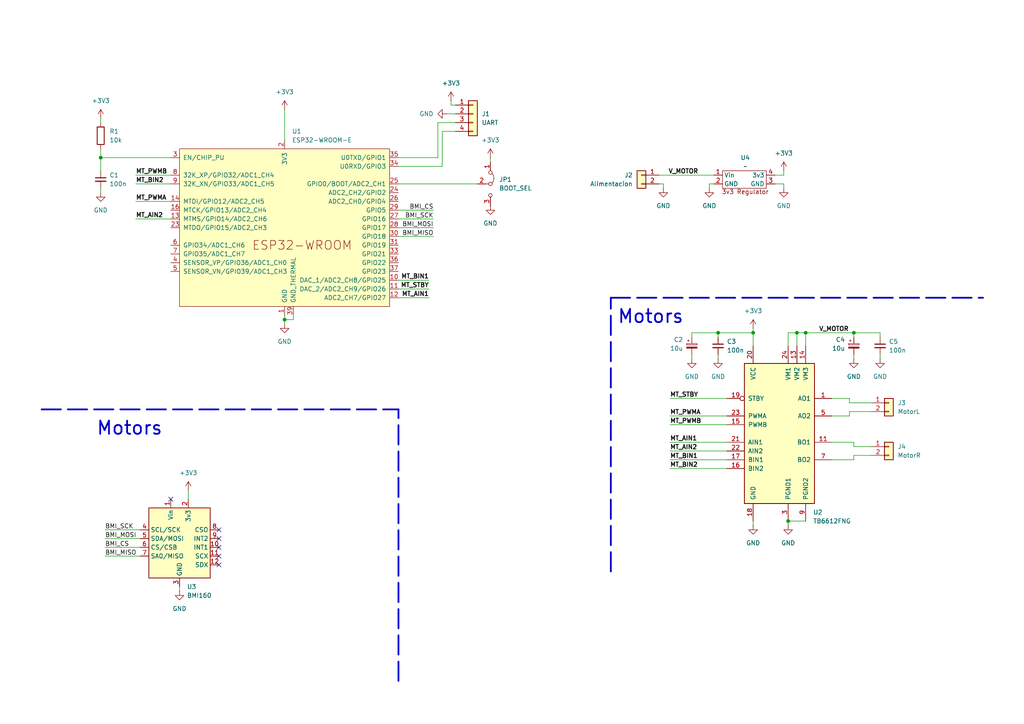
<source format=kicad_sch>
(kicad_sch (version 20250114) (generator "eeschema") (generator_version "9.0")
  (paper "A4")
  (lib_symbols
    (symbol "Connector_Generic:Conn_01x02" (pin_names (offset 1.016) (hide yes))
      (property "Reference" "J" (at 0 2.54 0))
      (property "Value" "Conn_01x02" (at 0 -5.08 0))
      (symbol "Conn_01x02_1_1"
        (rectangle (start -1.27 1.27) (end 1.27 -3.81) (stroke (width 0.254)) (fill (type background)))
        (rectangle (start -1.27 0.127) (end 0 -0.127) (stroke (width 0.1524)))
        (rectangle (start -1.27 -2.413) (end 0 -2.667) (stroke (width 0.1524)))
        (pin passive line (at -5.08 0 0) (length 3.81) (name "Pin_1") (number "1"))
        (pin passive line (at -5.08 -2.54 0) (length 3.81) (name "Pin_2") (number "2"))
      )
    )
    (symbol "Connector_Generic:Conn_01x04" (pin_names (offset 1.016) (hide yes))
      (property "Reference" "J" (at 0 5.08 0))
      (property "Value" "Conn_01x04" (at 0 -7.62 0))
      (symbol "Conn_01x04_1_1"
        (rectangle (start -1.27 3.81) (end 1.27 -6.35) (stroke (width 0.254)) (fill (type background)))
        (rectangle (start -1.27 2.667) (end 0 2.413) (stroke (width 0.1524)))
        (rectangle (start -1.27 0.127) (end 0 -0.127) (stroke (width 0.1524)))
        (rectangle (start -1.27 -2.413) (end 0 -2.667) (stroke (width 0.1524)))
        (rectangle (start -1.27 -4.953) (end 0 -5.207) (stroke (width 0.1524)))
        (pin passive line (at -5.08 2.54 0) (length 3.81) (name "Pin_1") (number "1"))
        (pin passive line (at -5.08 0 0) (length 3.81) (name "Pin_2") (number "2"))
        (pin passive line (at -5.08 -2.54 0) (length 3.81) (name "Pin_3") (number "3"))
        (pin passive line (at -5.08 -5.08 0) (length 3.81) (name "Pin_4") (number "4"))
      )
    )
    (symbol "Device:C_Polarized_Small" (pin_numbers (hide yes)) (pin_names (offset 0.254) (hide yes))
      (property "Reference" "C" (at 0.254 1.778 0))
      (property "Value" "C_Polarized_Small" (at 0.254 -2.032 0))
      (symbol "C_Polarized_Small_0_1"
        (rectangle (start -1.524 0.6858) (end 1.524 0.3048))
        (rectangle (start -1.524 -0.3048) (end 1.524 -0.6858) (fill (type outline)))
        (polyline (pts (xy -1.27 1.524) (xy -0.762 1.524)))
        (polyline (pts (xy -1.016 1.27) (xy -1.016 1.778)))
      )
      (symbol "C_Polarized_Small_1_1"
        (pin passive line (at 0 2.54 270) (length 1.8542) (name "~") (number "1"))
        (pin passive line (at 0 -2.54 90) (length 1.8542) (name "~") (number "2"))
      )
    )
    (symbol "Device:C_Small" (pin_numbers (hide yes)) (pin_names (offset 0.254) (hide yes))
      (property "Reference" "C" (at 0.254 1.778 0))
      (property "Value" "C_Small" (at 0.254 -2.032 0))
      (symbol "C_Small_0_1"
        (polyline (pts (xy -1.524 0.508) (xy 1.524 0.508)) (stroke (width 0.3048)))
        (polyline (pts (xy -1.524 -0.508) (xy 1.524 -0.508)) (stroke (width 0.3302)))
      )
      (symbol "C_Small_1_1"
        (pin passive line (at 0 2.54 270) (length 2.032) (name "~") (number "1"))
        (pin passive line (at 0 -2.54 90) (length 2.032) (name "~") (number "2"))
      )
    )
    (symbol "Device:R" (pin_numbers (hide yes)) (pin_names (offset 0))
      (property "Reference" "R" (at 2.032 0 90))
      (property "Value" "R" (at 0 0 90))
      (symbol "R_0_1"
        (rectangle (start -1.016 -2.54) (end 1.016 2.54) (stroke (width 0.254)))
      )
      (symbol "R_1_1"
        (pin passive line (at 0 3.81 270) (length 1.27) (name "~") (number "1"))
        (pin passive line (at 0 -3.81 90) (length 1.27) (name "~") (number "2"))
      )
    )
    (symbol "Driver_Motor:TB6612FNG" (pin_names (offset 1.016))
      (property "Reference" "U" (at 11.43 17.78 0))
      (property "Value" "TB6612FNG" (at 11.43 15.24 0))
      (symbol "TB6612FNG_0_1"
        (rectangle (start -10.16 20.32) (end 10.16 -20.32) (stroke (width 0.254)) (fill (type background)))
      )
      (symbol "TB6612FNG_1_1"
        (pin input inverted (at -15.24 10.16 0) (length 5.08) (name "STBY") (number "19"))
        (pin input line (at -15.24 5.08 0) (length 5.08) (name "PWMA") (number "23"))
        (pin input line (at -15.24 2.54 0) (length 5.08) (name "PWMB") (number "15"))
        (pin input line (at -15.24 -2.54 0) (length 5.08) (name "AIN1") (number "21"))
        (pin input line (at -15.24 -5.08 0) (length 5.08) (name "AIN2") (number "22"))
        (pin input line (at -15.24 -7.62 0) (length 5.08) (name "BIN1") (number "17"))
        (pin input line (at -15.24 -10.16 0) (length 5.08) (name "BIN2") (number "16"))
        (pin power_in line (at -7.62 25.4 270) (length 5.08) (name "VCC") (number "20"))
        (pin power_in line (at -7.62 -25.4 90) (length 5.08) (name "GND") (number "18"))
        (pin power_in line (at 2.54 25.4 270) (length 5.08) (name "VM1") (number "24"))
        (pin power_in line (at 2.54 -25.4 90) (length 5.08) (name "PGND1") (number "3"))
        (pin passive line (at 2.54 -25.4 90) (length 5.08) (hide yes) (name "PGND1") (number "4"))
        (pin power_in line (at 5.08 25.4 270) (length 5.08) (name "VM2") (number "13"))
        (pin power_in line (at 7.62 25.4 270) (length 5.08) (name "VM3") (number "14"))
        (pin passive line (at 7.62 -25.4 90) (length 5.08) (hide yes) (name "PGND2") (number "10"))
        (pin power_in line (at 7.62 -25.4 90) (length 5.08) (name "PGND2") (number "9"))
        (pin output line (at 15.24 10.16 180) (length 5.08) (name "AO1") (number "1"))
        (pin passive line (at 15.24 10.16 180) (length 5.08) (hide yes) (name "AO1") (number "2"))
        (pin output line (at 15.24 5.08 180) (length 5.08) (name "AO2") (number "5"))
        (pin passive line (at 15.24 5.08 180) (length 5.08) (hide yes) (name "AO2") (number "6"))
        (pin output line (at 15.24 -2.54 180) (length 5.08) (name "BO1") (number "11"))
        (pin passive line (at 15.24 -2.54 180) (length 5.08) (hide yes) (name "BO1") (number "12"))
        (pin output line (at 15.24 -7.62 180) (length 5.08) (name "BO2") (number "7"))
        (pin passive line (at 15.24 -7.62 180) (length 5.08) (hide yes) (name "BO2") (number "8"))
      )
    )
    (symbol "Espressif:ESP32-WROOM-E" (pin_names (offset 1.016))
      (property "Reference" "U" (at -30.48 27.94 0))
      (property "Value" "ESP32-WROOM-E" (at -30.48 25.4 0))
      (symbol "ESP32-WROOM-E_0_1"
        (rectangle (start -30.48 22.86) (end 30.48 -22.86) (fill (type background)))
      )
      (symbol "ESP32-WROOM-E_1_1"
        (text "ESP32-­WROOM­" (at 5.08 -5.08 0) (effects (font (size 2.54 2.54))))
        (pin input line (at -33.02 20.32 0) (length 2.54) (name "EN/CHIP_PU") (number "3"))
        (pin bidirectional line (at -33.02 15.24 0) (length 2.54) (name "32K_XP/GPIO32/ADC1_CH4") (number "8"))
        (pin bidirectional line (at -33.02 12.7 0) (length 2.54) (name "32K_XN/GPIO33/ADC1_CH5") (number "9"))
        (pin bidirectional line (at -33.02 7.62 0) (length 2.54) (name "MTDI/GPIO12/ADC2_CH5") (number "14"))
        (pin bidirectional line (at -33.02 5.08 0) (length 2.54) (name "MTCK/GPIO13/ADC2_CH4") (number "16"))
        (pin bidirectional line (at -33.02 2.54 0) (length 2.54) (name "MTMS/GPIO14/ADC2_CH6") (number "13"))
        (pin bidirectional line (at -33.02 0 0) (length 2.54) (name "MTDO/GPIO15/ADC2_CH3") (number "23"))
        (pin input line (at -33.02 -5.08 0) (length 2.54) (name "GPIO34/ADC1_CH6") (number "6"))
        (pin input line (at -33.02 -7.62 0) (length 2.54) (name "GPIO35/ADC1_CH7") (number "7"))
        (pin input line (at -33.02 -10.16 0) (length 2.54) (name "SENSOR_VP/GPIO36/ADC1_CH0") (number "4"))
        (pin input line (at -33.02 -12.7 0) (length 2.54) (name "SENSOR_VN/GPIO39/ADC1_CH3") (number "5"))
        (pin power_in line (at 0 25.4 270) (length 2.54) (name "3V3") (number "2"))
        (pin power_in line (at 0 -25.4 90) (length 2.54) (name "GND") (number "1"))
        (pin passive line (at 0 -25.4 90) (length 2.54) (hide yes) (name "GND") (number "15"))
        (pin passive line (at 0 -25.4 90) (length 2.54) (hide yes) (name "GND") (number "38"))
        (pin power_in line (at 2.54 -25.4 90) (length 2.54) (name "GND_THERMAL") (number "39"))
        (pin bidirectional line (at 33.02 20.32 180) (length 2.54) (name "U0TXD/GPIO1") (number "35"))
        (pin bidirectional line (at 33.02 17.78 180) (length 2.54) (name "U0RXD/GPIO3") (number "34"))
        (pin bidirectional line (at 33.02 12.7 180) (length 2.54) (name "GPIO0/BOOT/ADC2_CH1") (number "25"))
        (pin bidirectional line (at 33.02 10.16 180) (length 2.54) (name "ADC2_CH2/GPIO2") (number "24"))
        (pin bidirectional line (at 33.02 7.62 180) (length 2.54) (name "ADC2_CH0/GPIO4") (number "26"))
        (pin bidirectional line (at 33.02 5.08 180) (length 2.54) (name "GPIO5") (number "29"))
        (pin bidirectional line (at 33.02 2.54 180) (length 2.54) (name "GPIO16") (number "27"))
        (pin bidirectional line (at 33.02 0 180) (length 2.54) (name "GPIO17") (number "28"))
        (pin bidirectional line (at 33.02 -2.54 180) (length 2.54) (name "GPIO18") (number "30"))
        (pin bidirectional line (at 33.02 -5.08 180) (length 2.54) (name "GPIO19") (number "31"))
        (pin bidirectional line (at 33.02 -7.62 180) (length 2.54) (name "GPIO21") (number "33"))
        (pin bidirectional line (at 33.02 -10.16 180) (length 2.54) (name "GPIO22") (number "36"))
        (pin bidirectional line (at 33.02 -12.7 180) (length 2.54) (name "GPIO23") (number "37"))
        (pin bidirectional line (at 33.02 -15.24 180) (length 2.54) (name "DAC_1/ADC2_CH8/GPIO25") (number "10"))
        (pin bidirectional line (at 33.02 -17.78 180) (length 2.54) (name "DAC_2/ADC2_CH9/GPIO26") (number "11"))
        (pin bidirectional line (at 33.02 -20.32 180) (length 2.54) (name "ADC2_CH7/GPIO27") (number "12"))
      )
    )
    (symbol "Jumper:Jumper_3_Bridged12" (pin_names (offset 0) (hide yes)) (in_bom no)
      (property "Reference" "JP" (at -2.54 -2.54 0))
      (property "Value" "Jumper_3_Bridged12" (at 0 2.794 0))
      (symbol "Jumper_3_Bridged12_0_0"
        (circle (center -3.302 0) (radius 0.508))
        (circle (center 0 0) (radius 0.508))
        (circle (center 3.302 0) (radius 0.508))
      )
      (symbol "Jumper_3_Bridged12_0_1"
        (arc (start -3.048 0.508) (mid -1.651 0.9912) (end -0.254 0.508))
        (polyline (pts (xy 0 -1.27) (xy 0 -0.508)))
      )
      (symbol "Jumper_3_Bridged12_1_1"
        (pin passive line (at -6.35 0 0) (length 2.54) (name "A") (number "1"))
        (pin passive line (at 0 -3.81 90) (length 2.54) (name "C") (number "2"))
        (pin passive line (at 6.35 0 180) (length 2.54) (name "B") (number "3"))
      )
    )
    (symbol "Justiciero:5V_Regulador"
      (property "Reference" "U" (at -3.048 3.556 0))
      (property "Value" "5VReg" (at 0 0 0))
      (symbol "5V_Regulador_0_1"
        (rectangle (start -6.35 2.54) (end 6.35 -2.54))
      )
      (symbol "5V_Regulador_1_1"
        (text "3v3 Regulator" (at 0.254 -3.556 0) (effects (font (size 1.27 1.27))))
        (pin power_out line (at -8.89 1.27 0) (length 2.54) (name "Vin") (number "1"))
        (pin power_out line (at -8.89 -1.27 0) (length 2.54) (name "GND") (number "2"))
        (pin power_out line (at 8.89 1.27 180) (length 2.54) (name "3v3") (number "4"))
        (pin power_out line (at 8.89 -1.27 180) (length 2.54) (name "GND") (number "3"))
      )
    )
    (symbol "Justiciero:BMI160_Pinchos"
      (property "Reference" "U" (at -6.604 10.668 0))
      (property "Value" "BMI160" (at 0 0 0))
      (symbol "BMI160_Pinchos_0_1"
        (rectangle (start -8.89 8.89) (end 8.89 -11.43) (stroke (width 0.254)) (fill (type background)))
      )
      (symbol "BMI160_Pinchos_1_1"
        (pin power_out line (at -11.43 2.54 0) (length 2.54) (name "SCL/SCK") (number "4"))
        (pin power_out line (at -11.43 0 0) (length 2.54) (name "SDA/MOSI") (number "5"))
        (pin power_out line (at -11.43 -2.54 0) (length 2.54) (name "CS/CSB") (number "6"))
        (pin power_out line (at -11.43 -5.08 0) (length 2.54) (name "SA0/MISO") (number "7"))
        (pin power_in line (at -2.54 11.43 270) (length 2.54) (name "Vin") (number "1"))
        (pin power_out line (at 0 -13.97 90) (length 2.54) (name "GND") (number "3"))
        (pin power_in line (at 2.54 11.43 270) (length 2.54) (name "3v3") (number "2"))
        (pin power_out line (at 11.43 2.54 180) (length 2.54) (name "CSO") (number "8"))
        (pin power_out line (at 11.43 0 180) (length 2.54) (name "INT2") (number "9"))
        (pin power_out line (at 11.43 -2.54 180) (length 2.54) (name "INT1") (number "10"))
        (pin power_out line (at 11.43 -5.08 180) (length 2.54) (name "SCX") (number "11"))
        (pin power_out line (at 11.43 -7.62 180) (length 2.54) (name "SDX") (number "12"))
      )
    )
    (symbol "power:+3V3" (power) (pin_numbers (hide yes)) (pin_names (offset 0) (hide yes))
      (property "Value" "+3V3" (at 0 3.556 0))
      (symbol "+3V3_0_1"
        (polyline (pts (xy -0.762 1.27) (xy 0 2.54)))
        (polyline (pts (xy 0 2.54) (xy 0.762 1.27)))
        (polyline (pts (xy 0 0) (xy 0 2.54)))
      )
      (symbol "+3V3_1_1"
        (pin power_in line (at 0 0 90) (length 0) (name "~") (number "1"))
      )
    )
    (symbol "power:GND" (power) (pin_numbers (hide yes)) (pin_names (offset 0) (hide yes))
      (property "Value" "GND" (at 0 -3.81 0))
      (symbol "GND_0_1"
        (polyline (pts (xy 0 0) (xy 0 -1.27) (xy 1.27 -1.27) (xy 0 -2.54) (xy -1.27 -1.27) (xy 0 -1.27)))
      )
      (symbol "GND_1_1"
        (pin power_in line (at 0 0 270) (length 0) (name "~") (number "1"))
      )
    )
  )
  (text "Motors" (at 188.722 91.948 0) (effects (font (size 3.81 3.81) (thickness 0.508) (bold yes))))
  (text "Motors" (at 37.592 124.333 0) (effects (font (size 3.81 3.81) (thickness 0.508) (bold yes))))
  (junction (at 233.68 96.52))
  (junction (at 218.44 96.52))
  (junction (at 247.65 96.52))
  (junction (at 231.14 96.52))
  (junction (at 29.21 45.72))
  (junction (at 228.6 151.13))
  (junction (at 82.55 92.71))
  (junction (at 208.28 96.52))
  (no_connect (at 63.5 156.21))
  (no_connect (at 63.5 158.75))
  (no_connect (at 63.5 161.29))
  (no_connect (at 49.53 144.78))
  (no_connect (at 63.5 153.67))
  (no_connect (at 63.5 163.83))
  (wire (pts (xy 194.31 135.89) (xy 210.82 135.89)))
  (wire (pts (xy 255.27 97.79) (xy 255.27 96.52)))
  (wire (pts (xy 247.65 132.08) (xy 247.65 133.35)))
  (wire (pts (xy 127 35.56) (xy 132.08 35.56)))
  (wire (pts (xy 207.01 53.34) (xy 205.74 53.34)))
  (wire (pts (xy 115.57 48.26) (xy 128.27 48.26)))
  (wire (pts (xy 241.3 120.65) (xy 246.38 120.65)))
  (wire (pts (xy 29.21 54.61) (xy 29.21 55.88)))
  (wire (pts (xy 39.37 58.42) (xy 49.53 58.42)))
  (wire (pts (xy 224.79 53.34) (xy 227.33 53.34)))
  (wire (pts (xy 115.57 63.5) (xy 125.73 63.5)))
  (wire (pts (xy 194.31 128.27) (xy 210.82 128.27)))
  (wire (pts (xy 132.08 30.48) (xy 130.81 30.48)))
  (wire (pts (xy 192.405 53.34) (xy 192.405 54.61)))
  (wire (pts (xy 252.73 132.08) (xy 247.65 132.08)))
  (wire (pts (xy 191.135 53.34) (xy 192.405 53.34)))
  (wire (pts (xy 128.27 38.1) (xy 132.08 38.1)))
  (wire (pts (xy 241.3 133.35) (xy 247.65 133.35)))
  (wire (pts (xy 208.28 97.79) (xy 208.28 96.52)))
  (wire (pts (xy 39.37 53.34) (xy 49.53 53.34)))
  (wire (pts (xy 246.38 116.84) (xy 246.38 115.57)))
  (wire (pts (xy 231.14 96.52) (xy 233.68 96.52)))
  (wire (pts (xy 128.27 48.26) (xy 128.27 38.1)))
  (wire (pts (xy 29.21 45.72) (xy 29.21 49.53)))
  (wire (pts (xy 227.33 50.8) (xy 227.33 49.53)))
  (wire (pts (xy 200.66 102.87) (xy 200.66 104.14)))
  (wire (pts (xy 218.44 96.52) (xy 218.44 100.33)))
  (wire (pts (xy 115.57 86.36) (xy 124.46 86.36)))
  (wire (pts (xy 228.6 151.13) (xy 228.6 152.4)))
  (wire (pts (xy 194.31 120.65) (xy 210.82 120.65)))
  (wire (pts (xy 247.65 96.52) (xy 255.27 96.52)))
  (wire (pts (xy 208.28 96.52) (xy 218.44 96.52)))
  (wire (pts (xy 130.81 30.48) (xy 130.81 29.21)))
  (wire (pts (xy 30.48 158.75) (xy 40.64 158.75)))
  (polyline (pts (xy 177.165 86.36) (xy 285.115 86.36)) (stroke (width 0.508) (type dash)))
  (wire (pts (xy 142.24 45.72) (xy 142.24 46.99)))
  (wire (pts (xy 194.31 130.81) (xy 210.82 130.81)))
  (wire (pts (xy 241.3 128.27) (xy 247.65 128.27)))
  (wire (pts (xy 127 45.72) (xy 127 35.56)))
  (wire (pts (xy 54.61 142.24) (xy 54.61 144.78)))
  (polyline (pts (xy 12.065 118.745) (xy 115.57 118.745)) (stroke (width 0.508) (type dash)))
  (wire (pts (xy 218.44 151.13) (xy 218.44 152.4)))
  (wire (pts (xy 115.57 53.34) (xy 138.43 53.34)))
  (wire (pts (xy 252.73 116.84) (xy 246.38 116.84)))
  (wire (pts (xy 30.48 153.67) (xy 40.64 153.67)))
  (wire (pts (xy 208.28 102.87) (xy 208.28 104.14)))
  (wire (pts (xy 228.6 100.33) (xy 228.6 96.52)))
  (wire (pts (xy 255.27 102.87) (xy 255.27 104.14)))
  (wire (pts (xy 246.38 119.38) (xy 252.73 119.38)))
  (wire (pts (xy 194.31 133.35) (xy 210.82 133.35)))
  (wire (pts (xy 228.6 151.13) (xy 233.68 151.13)))
  (wire (pts (xy 52.07 170.18) (xy 52.07 171.45)))
  (wire (pts (xy 233.68 96.52) (xy 233.68 100.33)))
  (wire (pts (xy 29.21 34.29) (xy 29.21 35.56)))
  (wire (pts (xy 115.57 83.82) (xy 124.46 83.82)))
  (wire (pts (xy 246.38 120.65) (xy 246.38 119.38)))
  (wire (pts (xy 247.65 97.79) (xy 247.65 96.52)))
  (wire (pts (xy 85.09 92.71) (xy 82.55 92.71)))
  (wire (pts (xy 233.68 96.52) (xy 247.65 96.52)))
  (wire (pts (xy 194.31 123.19) (xy 210.82 123.19)))
  (wire (pts (xy 205.74 53.34) (xy 205.74 54.61)))
  (wire (pts (xy 218.44 95.25) (xy 218.44 96.52)))
  (wire (pts (xy 227.33 53.34) (xy 227.33 54.61)))
  (wire (pts (xy 200.66 96.52) (xy 208.28 96.52)))
  (polyline (pts (xy 115.57 197.485) (xy 115.57 118.745)) (stroke (width 0.508) (type dash)))
  (wire (pts (xy 29.21 45.72) (xy 49.53 45.72)))
  (wire (pts (xy 246.38 115.57) (xy 241.3 115.57)))
  (wire (pts (xy 82.55 92.71) (xy 82.55 93.98)))
  (wire (pts (xy 39.37 63.5) (xy 49.53 63.5)))
  (wire (pts (xy 228.6 96.52) (xy 231.14 96.52)))
  (wire (pts (xy 30.48 156.21) (xy 40.64 156.21)))
  (wire (pts (xy 247.65 129.54) (xy 252.73 129.54)))
  (wire (pts (xy 224.79 50.8) (xy 227.33 50.8)))
  (wire (pts (xy 115.57 81.28) (xy 124.46 81.28)))
  (polyline (pts (xy 177.165 165.735) (xy 177.165 86.36)) (stroke (width 0.508) (type dash)))
  (wire (pts (xy 247.65 128.27) (xy 247.65 129.54)))
  (wire (pts (xy 194.31 115.57) (xy 210.82 115.57)))
  (wire (pts (xy 200.66 97.79) (xy 200.66 96.52)))
  (wire (pts (xy 247.65 102.87) (xy 247.65 104.14)))
  (wire (pts (xy 30.48 161.29) (xy 40.64 161.29)))
  (wire (pts (xy 85.09 91.44) (xy 85.09 92.71)))
  (wire (pts (xy 191.135 50.8) (xy 207.01 50.8)))
  (wire (pts (xy 82.55 91.44) (xy 82.55 92.71)))
  (wire (pts (xy 115.57 60.96) (xy 125.73 60.96)))
  (wire (pts (xy 129.54 33.02) (xy 132.08 33.02)))
  (wire (pts (xy 29.21 43.18) (xy 29.21 45.72)))
  (wire (pts (xy 82.55 31.75) (xy 82.55 40.64)))
  (wire (pts (xy 115.57 68.58) (xy 125.73 68.58)))
  (wire (pts (xy 115.57 66.04) (xy 125.73 66.04)))
  (wire (pts (xy 39.37 50.8) (xy 49.53 50.8)))
  (wire (pts (xy 115.57 45.72) (xy 127 45.72)))
  (wire (pts (xy 231.14 96.52) (xy 231.14 100.33)))
  (label "BMI_CS" (at 125.73 60.96 180))
  (label "BMI_MISO" (at 30.48 161.29 0))
  (label "BMI_MOSI" (at 125.73 66.04 180))
  (label "MT_AIN2" (at 39.37 63.5 0) (effects (font (thickness 0.254) (bold yes))))
  (label "MT_BIN1" (at 124.46 81.28 180) (effects (font (thickness 0.254) (bold yes))))
  (label "MT_PWMB" (at 194.31 123.19 0) (effects (font (thickness 0.254) (bold yes))))
  (label "V_MOTOR" (at 237.49 96.52 0) (effects (font (thickness 0.254) (bold yes))))
  (label "V_MOTOR" (at 202.565 50.8 180) (effects (font (thickness 0.254) (bold yes))))
  (label "BMI_MOSI" (at 30.48 156.21 0))
  (label "MT_STBY" (at 194.31 115.57 0) (effects (font (thickness 0.254) (bold yes))))
  (label "MT_PWMA" (at 39.37 58.42 0) (effects (font (thickness 0.254) (bold yes))))
  (label "MT_PWMA" (at 194.31 120.65 0) (effects (font (thickness 0.254) (bold yes))))
  (label "MT_AIN1" (at 194.31 128.27 0) (effects (font (thickness 0.254) (bold yes))))
  (label "BMI_MISO" (at 125.73 68.58 180))
  (label "MT_AIN2" (at 194.31 130.81 0) (effects (font (thickness 0.254) (bold yes))))
  (label "MT_BIN1" (at 194.31 133.35 0) (effects (font (thickness 0.254) (bold yes))))
  (label "MT_AIN1" (at 124.46 86.36 180) (effects (font (thickness 0.254) (bold yes))))
  (label "BMI_SCK" (at 30.48 153.67 0))
  (label "MT_PWMB" (at 39.37 50.8 0) (effects (font (thickness 0.254) (bold yes))))
  (label "MT_BIN2" (at 194.31 135.89 0) (effects (font (thickness 0.254) (bold yes))))
  (label "BMI_CS" (at 30.48 158.75 0))
  (label "MT_BIN2" (at 39.37 53.34 0) (effects (font (thickness 0.254) (bold yes))))
  (label "BMI_SCK" (at 125.73 63.5 180))
  (label "MT_STBY" (at 124.46 83.82 180) (effects (font (thickness 0.254) (bold yes))))
  (symbol (lib_id "power:+3V3") (at 130.81 29.21 0) (unit 1)
    (property "Reference" "#PWR06" (effects (hide yes)))
    (property "Value" "+3V3" (at 130.81 24.13 0))
    (property "Description" "Power symbol creates a global label with name \"+3V3\"" (effects (hide yes)))
  )
  (symbol (lib_id "Justiciero:BMI160_Pinchos") (at 52.07 156.21 0) (unit 1)
    (property "Reference" "U3" (at 54.2133 170.18 0) (effects (justify left)))
    (property "Value" "BMI160" (at 54.2133 172.72 0) (effects (justify left)))
    (property "Footprint" "Justiciero:BMI160_pinchos" (effects (hide yes)))
    (property "Datasheet" "https://www.bosch-sensortec.com/media/boschsensortec/downloads/datasheets/bst-bmi160-ds000.pdf" (effects (hide yes)))
  )
  (symbol (lib_id "power:+3V3") (at 82.55 31.75 0) (unit 1)
    (property "Reference" "#PWR03" (effects (hide yes)))
    (property "Value" "+3V3" (at 82.55 26.67 0))
    (property "Description" "Power symbol creates a global label with name \"+3V3\"" (effects (hide yes)))
  )
  (symbol (lib_id "power:GND") (at 228.6 152.4 0) (unit 1)
    (property "Reference" "#PWR013" (effects (hide yes)))
    (property "Value" "GND" (at 228.6 157.48 0))
    (property "Description" "Power symbol creates a global label with name \"GND\" , ground" (effects (hide yes)))
  )
  (symbol (lib_id "Connector_Generic:Conn_01x02") (at 257.81 129.54 0) (unit 1)
    (property "Reference" "J4" (at 260.35 129.5399 0) (effects (justify left)))
    (property "Value" "MotorR" (at 260.35 132.0799 0) (effects (justify left)))
    (property "Footprint" "Connector_PinHeader_2.54mm:PinHeader_1x02_P2.54mm_Vertical" (effects (hide yes)))
    (property "Description" "Generic connector, single row, 01x02, script generated (kicad-library-utils/schlib/autogen/connector/)" (effects (hide yes)))
  )
  (symbol (lib_id "power:GND") (at 82.55 93.98 0) (unit 1)
    (property "Reference" "#PWR04" (effects (hide yes)))
    (property "Value" "GND" (at 82.55 99.06 0))
    (property "Description" "Power symbol creates a global label with name \"GND\" , ground" (effects (hide yes)))
  )
  (symbol (lib_id "power:GND") (at 129.54 33.02 270) (unit 1)
    (property "Reference" "#PWR05" (effects (hide yes)))
    (property "Value" "GND" (at 125.73 33.0199 90) (effects (justify right)))
    (property "Description" "Power symbol creates a global label with name \"GND\" , ground" (effects (hide yes)))
  )
  (symbol (lib_id "Connector_Generic:Conn_01x02") (at 186.055 50.8 0) (mirror y) (unit 1)
    (property "Reference" "J2" (at 183.515 50.7999 0) (effects (justify left)))
    (property "Value" "Alimentacion" (at 183.515 53.3399 0) (effects (justify left)))
    (property "Footprint" "Connector_PinHeader_2.54mm:PinHeader_1x02_P2.54mm_Vertical" (effects (hide yes)))
    (property "Description" "Generic connector, single row, 01x02, script generated (kicad-library-utils/schlib/autogen/connector/)" (effects (hide yes)))
  )
  (symbol (lib_id "power:+3V3") (at 218.44 95.25 0) (unit 1)
    (property "Reference" "#PWR011" (effects (hide yes)))
    (property "Value" "+3V3" (at 218.44 90.17 0))
    (property "Description" "Power symbol creates a global label with name \"+3V3\"" (effects (hide yes)))
  )
  (symbol (lib_id "Connector_Generic:Conn_01x02") (at 257.81 116.84 0) (unit 1)
    (property "Reference" "J3" (at 260.35 116.8399 0) (effects (justify left)))
    (property "Value" "MotorL" (at 260.35 119.3799 0) (effects (justify left)))
    (property "Footprint" "Connector_PinHeader_2.54mm:PinHeader_1x02_P2.54mm_Vertical" (effects (hide yes)))
    (property "Description" "Generic connector, single row, 01x02, script generated (kicad-library-utils/schlib/autogen/connector/)" (effects (hide yes)))
  )
  (symbol (lib_id "power:GND") (at 29.21 55.88 0) (unit 1)
    (property "Reference" "#PWR02" (effects (hide yes)))
    (property "Value" "GND" (at 29.21 60.96 0))
    (property "Description" "Power symbol creates a global label with name \"GND\" , ground" (effects (hide yes)))
  )
  (symbol (lib_id "Jumper:Jumper_3_Bridged12") (at 142.24 53.34 270) (unit 1) (in_bom no)
    (property "Reference" "JP1" (at 144.78 52.0699 90) (effects (justify left)))
    (property "Value" "BOOT_SEL" (at 144.78 54.6099 90) (effects (justify left)))
    (property "Footprint" "Connector_PinHeader_2.54mm:PinHeader_1x03_P2.54mm_Vertical" (effects (hide yes)))
    (property "Description" "Jumper, 3-pole, pins 1+2 closed/bridged" (effects (hide yes)))
  )
  (symbol (lib_id "Connector_Generic:Conn_01x04") (at 137.16 33.02 0) (unit 1)
    (property "Reference" "J1" (at 139.7 33.0199 0) (effects (justify left)))
    (property "Value" "UART" (at 139.7 35.5599 0) (effects (justify left)))
    (property "Footprint" "Connector_PinHeader_2.54mm:PinHeader_1x04_P2.54mm_Vertical" (effects (hide yes)))
    (property "Description" "Generic connector, single row, 01x04, script generated (kicad-library-utils/schlib/autogen/connector/)" (effects (hide yes)))
  )
  (symbol (lib_id "power:GND") (at 247.65 104.14 0) (unit 1)
    (property "Reference" "#PWR015" (effects (hide yes)))
    (property "Value" "GND" (at 247.65 109.22 0))
    (property "Description" "Power symbol creates a global label with name \"GND\" , ground" (effects (hide yes)))
  )
  (symbol (lib_id "Driver_Motor:TB6612FNG") (at 226.06 125.73 0) (unit 1)
    (property "Reference" "U2" (at 235.8233 148.59 0) (effects (justify left)))
    (property "Value" "TB6612FNG" (at 235.8233 151.13 0) (effects (justify left)))
    (property "Footprint" "Package_SO:SSOP-24_5.3x8.2mm_P0.65mm" (effects (hide yes)))
    (property "Datasheet" "https://toshiba.semicon-storage.com/us/product/linear/motordriver/detail.TB6612FNG.html" (effects (hide yes)))
    (property "Description" "Driver IC for Dual DC motor, SSOP-24" (effects (hide yes)))
  )
  (symbol (lib_id "power:GND") (at 205.74 54.61 0) (mirror y) (unit 1)
    (property "Reference" "#PWR019" (effects (hide yes)))
    (property "Value" "GND" (at 205.74 59.69 0))
    (property "Description" "Power symbol creates a global label with name \"GND\" , ground" (effects (hide yes)))
  )
  (symbol (lib_id "power:GND") (at 255.27 104.14 0) (unit 1)
    (property "Reference" "#PWR016" (effects (hide yes)))
    (property "Value" "GND" (at 255.27 109.22 0))
    (property "Description" "Power symbol creates a global label with name \"GND\" , ground" (effects (hide yes)))
  )
  (symbol (lib_id "Justiciero:5V_Regulador") (at 215.9 52.07 0) (unit 1)
    (property "Reference" "U4" (at 216.154 45.72 0))
    (property "Value" "~" (at 216.154 48.26 0))
    (property "Footprint" "Justiciero:3v3Reg" (effects (hide yes)))
    (property "Datasheet" "https://s.click.aliexpress.com/e/_oE199kT" (effects (hide yes)))
  )
  (symbol (lib_id "power:GND") (at 52.07 171.45 0) (unit 1)
    (property "Reference" "#PWR017" (effects (hide yes)))
    (property "Value" "GND" (at 52.07 176.53 0))
    (property "Description" "Power symbol creates a global label with name \"GND\" , ground" (effects (hide yes)))
  )
  (symbol (lib_id "power:+3V3") (at 29.21 34.29 0) (unit 1)
    (property "Reference" "#PWR01" (effects (hide yes)))
    (property "Value" "+3V3" (at 29.21 29.21 0))
    (property "Description" "Power symbol creates a global label with name \"+3V3\"" (effects (hide yes)))
  )
  (symbol (lib_id "power:GND") (at 200.66 104.14 0) (unit 1)
    (property "Reference" "#PWR09" (effects (hide yes)))
    (property "Value" "GND" (at 200.66 109.22 0))
    (property "Description" "Power symbol creates a global label with name \"GND\" , ground" (effects (hide yes)))
  )
  (symbol (lib_id "Device:C_Small") (at 29.21 52.07 0) (unit 1)
    (property "Reference" "C1" (at 31.75 50.8062 0) (effects (justify left)))
    (property "Value" "100n" (at 31.75 53.3462 0) (effects (justify left)))
    (property "Footprint" "Capacitor_SMD:C_0805_2012Metric_Pad1.18x1.45mm_HandSolder" (effects (hide yes)))
    (property "Description" "Unpolarized capacitor, small symbol" (effects (hide yes)))
  )
  (symbol (lib_id "Device:C_Small") (at 255.27 100.33 0) (unit 1)
    (property "Reference" "C5" (at 257.81 99.0662 0) (effects (justify left)))
    (property "Value" "100n" (at 257.81 101.6062 0) (effects (justify left)))
    (property "Footprint" "Capacitor_SMD:C_0805_2012Metric_Pad1.18x1.45mm_HandSolder" (effects (hide yes)))
    (property "Description" "Unpolarized capacitor, small symbol" (effects (hide yes)))
  )
  (symbol (lib_id "power:+3V3") (at 142.24 45.72 0) (unit 1)
    (property "Reference" "#PWR07" (effects (hide yes)))
    (property "Value" "+3V3" (at 142.24 40.64 0))
    (property "Description" "Power symbol creates a global label with name \"+3V3\"" (effects (hide yes)))
  )
  (symbol (lib_id "Device:C_Polarized_Small") (at 247.65 100.33 0) (unit 1)
    (property "Reference" "C4" (at 245.11 98.5138 0) (effects (justify right)))
    (property "Value" "10u" (at 245.11 101.0538 0) (effects (justify right)))
    (property "Footprint" "Capacitor_SMD:CP_Elec_4x4.5" (effects (hide yes)))
    (property "Description" "Polarized capacitor, small symbol" (effects (hide yes)))
  )
  (symbol (lib_id "power:GND") (at 218.44 152.4 0) (unit 1)
    (property "Reference" "#PWR012" (effects (hide yes)))
    (property "Value" "GND" (at 218.44 157.48 0))
    (property "Description" "Power symbol creates a global label with name \"GND\" , ground" (effects (hide yes)))
  )
  (symbol (lib_id "Device:C_Small") (at 208.28 100.33 0) (unit 1)
    (property "Reference" "C3" (at 210.82 99.0662 0) (effects (justify left)))
    (property "Value" "100n" (at 210.82 101.6062 0) (effects (justify left)))
    (property "Footprint" "Capacitor_SMD:C_0805_2012Metric_Pad1.18x1.45mm_HandSolder" (effects (hide yes)))
    (property "Description" "Unpolarized capacitor, small symbol" (effects (hide yes)))
  )
  (symbol (lib_id "power:GND") (at 142.24 59.69 0) (unit 1)
    (property "Reference" "#PWR08" (effects (hide yes)))
    (property "Value" "GND" (at 142.24 64.77 0))
    (property "Description" "Power symbol creates a global label with name \"GND\" , ground" (effects (hide yes)))
  )
  (symbol (lib_id "power:+3V3") (at 227.33 49.53 0) (unit 1)
    (property "Reference" "#PWR021" (effects (hide yes)))
    (property "Value" "+3V3" (at 227.33 44.45 0))
    (property "Description" "Power symbol creates a global label with name \"+3V3\"" (effects (hide yes)))
  )
  (symbol (lib_id "power:+3V3") (at 54.61 142.24 0) (unit 1)
    (property "Reference" "#PWR018" (effects (hide yes)))
    (property "Value" "+3V3" (at 54.61 137.16 0))
    (property "Description" "Power symbol creates a global label with name \"+3V3\"" (effects (hide yes)))
  )
  (symbol (lib_id "Device:R") (at 29.21 39.37 0) (unit 1)
    (property "Reference" "R1" (at 31.75 38.0999 0) (effects (justify left)))
    (property "Value" "10k" (at 31.75 40.6399 0) (effects (justify left)))
    (property "Footprint" "Resistor_SMD:R_0805_2012Metric_Pad1.20x1.40mm_HandSolder" (effects (hide yes)))
    (property "Description" "Resistor" (effects (hide yes)))
  )
  (symbol (lib_id "power:GND") (at 227.33 54.61 0) (mirror y) (unit 1)
    (property "Reference" "#PWR020" (effects (hide yes)))
    (property "Value" "GND" (at 227.33 59.69 0))
    (property "Description" "Power symbol creates a global label with name \"GND\" , ground" (effects (hide yes)))
  )
  (symbol (lib_id "power:GND") (at 208.28 104.14 0) (unit 1)
    (property "Reference" "#PWR010" (effects (hide yes)))
    (property "Value" "GND" (at 208.28 109.22 0))
    (property "Description" "Power symbol creates a global label with name \"GND\" , ground" (effects (hide yes)))
  )
  (symbol (lib_id "Espressif:ESP32-WROOM-E") (at 82.55 66.04 0) (unit 1)
    (property "Reference" "U1" (at 84.6933 38.1 0) (effects (justify left)))
    (property "Value" "ESP32-WROOM-E" (at 84.6933 40.64 0) (effects (justify left)))
    (property "Footprint" "Espressif:ESP32-WROOM-32E" (effects (hide yes)))
    (property "Datasheet" "https://www.espressif.com/sites/default/files/documentation/esp32-wroom-32e_esp32-wroom-32ue_datasheet_en.pdf" (effects (hide yes)))
    (property "Description" "ESP32-WROOM-32E integrates ESP32-D0WD-V3, with higher stability and safety performance." (effects (hide yes)))
  )
  (symbol (lib_id "Device:C_Polarized_Small") (at 200.66 100.33 0) (unit 1)
    (property "Reference" "C2" (at 198.12 98.5138 0) (effects (justify right)))
    (property "Value" "10u" (at 198.12 101.0538 0) (effects (justify right)))
    (property "Footprint" "Capacitor_SMD:CP_Elec_4x4.5" (effects (hide yes)))
    (property "Description" "Polarized capacitor, small symbol" (effects (hide yes)))
  )
  (symbol (lib_id "power:GND") (at 192.405 54.61 0) (mirror y) (unit 1)
    (property "Reference" "#PWR014" (effects (hide yes)))
    (property "Value" "GND" (at 192.405 59.69 0))
    (property "Description" "Power symbol creates a global label with name \"GND\" , ground" (effects (hide yes)))
  )
)
</source>
